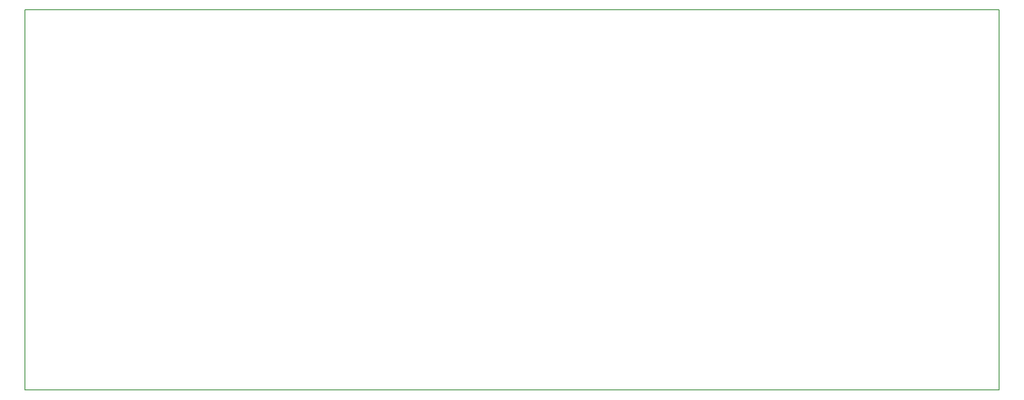
<source format=gbr>
G04 #@! TF.GenerationSoftware,KiCad,Pcbnew,(5.1.4-0-10_14)*
G04 #@! TF.CreationDate,2020-09-21T01:33:54-05:00*
G04 #@! TF.ProjectId,qaz_b,71617a5f-622e-46b6-9963-61645f706362,rev?*
G04 #@! TF.SameCoordinates,Original*
G04 #@! TF.FileFunction,Profile,NP*
%FSLAX46Y46*%
G04 Gerber Fmt 4.6, Leading zero omitted, Abs format (unit mm)*
G04 Created by KiCad (PCBNEW (5.1.4-0-10_14)) date 2020-09-21 01:33:54*
%MOMM*%
%LPD*%
G04 APERTURE LIST*
%ADD10C,0.200000*%
G04 APERTURE END LIST*
D10*
X230625000Y-52000000D02*
X230625000Y-128200000D01*
X35362500Y-52000000D02*
X230625000Y-52000000D01*
X35362500Y-128200000D02*
X35362500Y-52000000D01*
X230625000Y-128200000D02*
X35362500Y-128200000D01*
M02*

</source>
